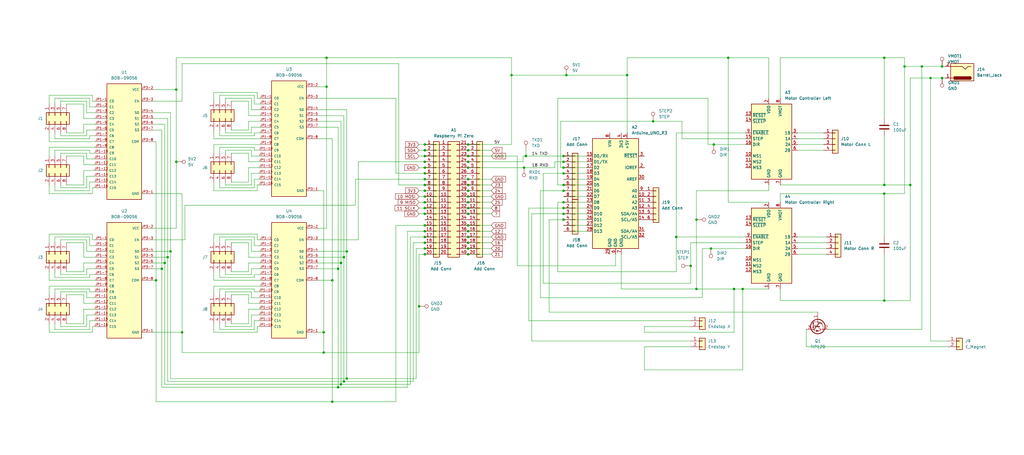
<source format=kicad_sch>
(kicad_sch (version 20211123) (generator eeschema)
  (paper "User" 450.012 200)
  (title_block (title "Automatic Chess PCB") (date "2025-04-09") (rev "1.0") (company "Gymnasium Dresden-Plauen") (comment 1 "Author: Felix Wittwer"))
  (junction (at 306.07 96.52))
  (junction (at 186.69 88.9))
  (junction (at 287.02 53.34))
  (junction (at 142.24 154.94))
  (junction (at 186.69 78.74))
  (junction (at 405.13 29.21))
  (junction (at 230.3082 73.66))
  (junction (at 186.69 91.44))
  (junction (at 247.65 88.9))
  (junction (at 205.74 81.28))
  (junction (at 205.74 106.68))
  (junction (at 205.74 109.22))
  (junction (at 247.65 93.98))
  (junction (at 151.13 113.03))
  (junction (at 205.74 78.74))
  (junction (at 205.74 73.66))
  (junction (at 80.01 146.05))
  (junction (at 388.62 81.28))
  (junction (at 143.51 25.4))
  (junction (at 320.04 25.4))
  (junction (at 205.74 68.58))
  (junction (at 326.39 127))
  (junction (at 313.69 63.5))
  (junction (at 186.69 106.68))
  (junction (at 414.02 34.29))
  (junction (at 231.14 68.58))
  (junction (at 152.4 166.37))
  (junction (at 275.59 33.02))
  (junction (at 205.74 63.5))
  (junction (at 205.74 83.82))
  (junction (at 414.02 29.21))
  (junction (at 322.58 127))
  (junction (at 68.58 123.19))
  (junction (at 77.47 71.12))
  (junction (at 186.69 71.12))
  (junction (at 73.66 113.03))
  (junction (at 72.39 115.57))
  (junction (at 186.69 63.5))
  (junction (at 205.74 111.76))
  (junction (at 247.65 76.2))
  (junction (at 186.69 81.28))
  (junction (at 408.94 34.29))
  (junction (at 151.13 167.64))
  (junction (at 74.93 110.49))
  (junction (at 184.15 134.62))
  (junction (at 312.42 109.22))
  (junction (at 247.65 96.52))
  (junction (at 247.65 83.82))
  (junction (at 149.86 168.91))
  (junction (at 148.59 170.18))
  (junction (at 205.74 71.12))
  (junction (at 205.74 66.04))
  (junction (at 186.69 109.22))
  (junction (at 146.05 176.53))
  (junction (at 247.65 81.28))
  (junction (at 247.65 71.12))
  (junction (at 400.05 81.28))
  (junction (at 186.69 83.82))
  (junction (at 397.51 29.21))
  (junction (at 186.69 66.04))
  (junction (at 186.69 111.76))
  (junction (at 186.69 93.98))
  (junction (at 205.74 91.44))
  (junction (at 143.51 38.1))
  (junction (at 186.69 104.14))
  (junction (at 248.92 33.02))
  (junction (at 152.4 110.49))
  (junction (at 186.69 68.58))
  (junction (at 186.69 101.6))
  (junction (at 205.74 93.98))
  (junction (at 303.53 116.84))
  (junction (at 146.05 123.19))
  (junction (at 142.24 146.05))
  (junction (at 205.74 88.9))
  (junction (at 148.59 118.11))
  (junction (at 186.69 99.06))
  (junction (at 306.07 127))
  (junction (at 388.62 132.08))
  (junction (at 186.69 76.2))
  (junction (at 205.74 86.36))
  (junction (at 186.69 73.66))
  (junction (at 205.74 104.14))
  (junction (at 205.74 101.6))
  (junction (at 77.47 39.37))
  (junction (at 71.12 118.11))
  (junction (at 205.74 99.06))
  (junction (at 149.86 115.57))
  (junction (at 186.69 86.36))
  (junction (at 247.65 73.66))
  (junction (at 247.65 91.44))
  (junction (at 388.62 25.4))
  (junction (at 388.62 85.09))
  (junction (at 247.65 68.58))
  (junction (at 297.18 104.14))
  (junction (at 224.79 33.02))
  (wire (pts (xy 110.49 143.51) (xy 110.49 138.43)))
  (wire (pts (xy 205.74 71.12) (xy 229.87 71.12)))
  (wire (pts (xy 41.91 54.61) (xy 36.83 54.61)))
  (wire (pts (xy 68.58 62.23) (xy 68.58 123.19)))
  (wire (pts (xy 149.86 168.91) (xy 180.34 168.91)))
  (wire (pts (xy 303.53 116.84) (xy 303.53 124.46)))
  (wire (pts (xy 186.69 101.6) (xy 193.04 101.6)))
  (wire (pts (xy 186.69 78.74) (xy 193.04 78.74)))
  (wire (pts (xy 36.83 119.38) (xy 29.21 119.38)))
  (wire (pts (xy 388.62 59.69) (xy 388.62 81.28)))
  (wire (pts (xy 110.49 128.27) (xy 110.49 130.81)))
  (wire (pts (xy 143.51 38.1) (xy 143.51 25.4)))
  (wire (pts (xy 182.88 166.37) (xy 182.88 109.22)))
  (wire (pts (xy 41.91 57.15) (xy 38.1 57.15)))
  (wire (pts (xy 215.9 86.36) (xy 205.74 86.36)))
  (wire (pts (xy 96.52 41.91) (xy 111.76 41.91)))
  (wire (pts (xy 93.98 83.82) (xy 93.98 80.01)))
  (wire (pts (xy 109.22 71.12) (xy 114.3 71.12)))
  (wire (pts (xy 303.53 152.4) (xy 283.21 152.4)))
  (wire (pts (xy 21.59 62.23) (xy 21.59 58.42)))
  (wire (pts (xy 109.22 57.15) (xy 101.6 57.15)))
  (wire (pts (xy 205.74 63.5) (xy 224.79 63.5)))
  (wire (pts (xy 38.1 143.51) (xy 38.1 138.43)))
  (wire (pts (xy 322.58 127) (xy 306.07 127)))
  (wire (pts (xy 41.91 105.41) (xy 40.64 105.41)))
  (wire (pts (xy 67.31 118.11) (xy 71.12 118.11)))
  (wire (pts (xy 388.62 25.4) (xy 397.51 25.4)))
  (wire (pts (xy 247.65 81.28) (xy 257.81 81.28)))
  (wire (pts (xy 388.62 85.09) (xy 397.51 85.09)))
  (wire (pts (xy 36.83 129.54) (xy 36.83 133.35)))
  (wire (pts (xy 275.59 33.02) (xy 275.59 25.4)))
  (wire (pts (xy 139.7 115.57) (xy 149.86 115.57)))
  (wire (pts (xy 215.9 83.82) (xy 205.74 83.82)))
  (wire (pts (xy 111.76 127) (xy 111.76 128.27)))
  (wire (pts (xy 186.69 111.76) (xy 193.04 111.76)))
  (wire (pts (xy 245.11 43.18) (xy 245.11 81.28)))
  (wire (pts (xy 67.31 54.61) (xy 72.39 54.61)))
  (wire (pts (xy 96.52 127) (xy 111.76 127)))
  (wire (pts (xy 247.65 73.66) (xy 257.81 73.66)))
  (wire (pts (xy 180.34 104.14) (xy 180.34 168.91)))
  (wire (pts (xy 71.12 57.15) (xy 71.12 118.11)))
  (wire (pts (xy 113.03 81.28) (xy 114.3 81.28)))
  (wire (pts (xy 41.91 120.65) (xy 39.37 120.65)))
  (wire (pts (xy 21.59 123.19) (xy 21.59 119.38)))
  (wire (pts (xy 114.3 110.49) (xy 110.49 110.49)))
  (wire (pts (xy 21.59 68.58) (xy 21.59 64.77)))
  (wire (pts (xy 350.52 109.22) (xy 363.22 109.22)))
  (wire (pts (xy 342.9 43.18) (xy 342.9 25.4)))
  (wire (pts (xy 414.02 34.29) (xy 415.29 34.29)))
  (wire (pts (xy 179.07 101.6) (xy 179.07 170.18)))
  (wire (pts (xy 342.9 88.9) (xy 342.9 85.09)))
  (wire (pts (xy 350.52 60.96) (xy 361.95 60.96)))
  (wire (pts (xy 111.76 45.72) (xy 114.3 45.72)))
  (wire (pts (xy 275.59 58.42) (xy 275.59 33.02)))
  (wire (pts (xy 312.42 109.22) (xy 327.66 109.22)))
  (wire (pts (xy 397.51 85.09) (xy 397.51 29.21)))
  (wire (pts (xy 67.31 39.37) (xy 77.47 39.37)))
  (wire (pts (xy 38.1 130.81) (xy 41.91 130.81)))
  (wire (pts (xy 215.9 93.98) (xy 205.74 93.98)))
  (wire (pts (xy 175.26 27.94) (xy 175.26 81.28)))
  (wire (pts (xy 36.83 58.42) (xy 29.21 58.42)))
  (wire (pts (xy 109.22 67.31) (xy 109.22 71.12)))
  (wire (pts (xy 326.39 127) (xy 322.58 127)))
  (wire (pts (xy 308.61 130.81) (xy 308.61 109.22)))
  (wire (pts (xy 38.1 67.31) (xy 38.1 69.85)))
  (wire (pts (xy 303.53 149.86) (xy 233.68 149.86)))
  (wire (pts (xy 68.58 176.53) (xy 146.05 176.53)))
  (wire (pts (xy 237.49 83.82) (xy 237.49 130.81)))
  (wire (pts (xy 114.3 58.42) (xy 111.76 58.42)))
  (wire (pts (xy 21.59 125.73) (xy 41.91 125.73)))
  (wire (pts (xy 337.82 81.28) (xy 337.82 83.82)))
  (wire (pts (xy 36.83 45.72) (xy 29.21 45.72)))
  (wire (pts (xy 36.83 113.03) (xy 36.83 106.68)))
  (wire (pts (xy 99.06 143.51) (xy 99.06 142.24)))
  (wire (pts (xy 327.66 63.5) (xy 313.69 63.5)))
  (wire (pts (xy 113.03 83.82) (xy 113.03 81.28)))
  (wire (pts (xy 231.14 68.58) (xy 247.65 68.58)))
  (wire (pts (xy 142.24 154.94) (xy 80.01 154.94)))
  (wire (pts (xy 24.13 144.78) (xy 39.37 144.78)))
  (wire (pts (xy 184.15 111.76) (xy 186.69 111.76)))
  (wire (pts (xy 74.93 110.49) (xy 74.93 166.37)))
  (wire (pts (xy 21.59 102.87) (xy 21.59 106.68)))
  (wire (pts (xy 233.68 149.86) (xy 233.68 93.98)))
  (wire (pts (xy 180.34 104.14) (xy 186.69 104.14)))
  (wire (pts (xy 246.38 53.34) (xy 246.38 73.66)))
  (wire (pts (xy 224.79 33.02) (xy 224.79 25.4)))
  (wire (pts (xy 110.49 118.11) (xy 110.49 120.65)))
  (wire (pts (xy 181.61 106.68) (xy 181.61 167.64)))
  (wire (pts (xy 40.64 41.91) (xy 21.59 41.91)))
  (wire (pts (xy 21.59 64.77) (xy 41.91 64.77)))
  (wire (pts (xy 110.49 120.65) (xy 99.06 120.65)))
  (wire (pts (xy 311.15 63.5) (xy 311.15 43.18)))
  (wire (pts (xy 320.04 88.9) (xy 320.04 25.4)))
  (wire (pts (xy 247.65 93.98) (xy 257.81 93.98)))
  (wire (pts (xy 74.93 49.53) (xy 74.93 110.49)))
  (wire (pts (xy 67.31 113.03) (xy 73.66 113.03)))
  (wire (pts (xy 342.9 81.28) (xy 388.62 81.28)))
  (wire (pts (xy 113.03 105.41) (xy 113.03 102.87)))
  (wire (pts (xy 40.64 82.55) (xy 41.91 82.55)))
  (wire (pts (xy 337.82 88.9) (xy 320.04 88.9)))
  (wire (pts (xy 247.65 76.2) (xy 257.81 76.2)))
  (wire (pts (xy 93.98 146.05) (xy 93.98 142.24)))
  (wire (pts (xy 247.65 88.9) (xy 257.81 88.9)))
  (wire (pts (xy 26.67 105.41) (xy 26.67 106.68)))
  (wire (pts (xy 337.82 43.18) (xy 337.82 25.4)))
  (wire (pts (xy 193.04 88.9) (xy 186.69 88.9)))
  (wire (pts (xy 21.59 85.09) (xy 21.59 81.28)))
  (wire (pts (xy 109.22 50.8) (xy 109.22 44.45)))
  (wire (pts (xy 38.1 69.85) (xy 41.91 69.85)))
  (wire (pts (xy 99.06 105.41) (xy 99.06 106.68)))
  (wire (pts (xy 41.91 123.19) (xy 21.59 123.19)))
  (wire (pts (xy 110.49 130.81) (xy 114.3 130.81)))
  (wire (pts (xy 247.65 83.82) (xy 257.81 83.82)))
  (wire (pts (xy 38.1 128.27) (xy 38.1 130.81)))
  (wire (pts (xy 173.99 76.2) (xy 186.69 76.2)))
  (wire (pts (xy 111.76 66.04) (xy 114.3 66.04)))
  (wire (pts (xy 109.22 119.38) (xy 101.6 119.38)))
  (wire (pts (xy 193.04 86.36) (xy 186.69 86.36)))
  (wire (pts (xy 24.13 45.72) (xy 24.13 43.18)))
  (wire (pts (xy 247.65 101.6) (xy 257.81 101.6)))
  (wire (pts (xy 40.64 105.41) (xy 40.64 102.87)))
  (wire (pts (xy 111.76 140.97) (xy 114.3 140.97)))
  (wire (pts (xy 179.07 101.6) (xy 186.69 101.6)))
  (wire (pts (xy 354.33 144.78) (xy 354.33 152.4)))
  (wire (pts (xy 73.66 113.03) (xy 73.66 167.64)))
  (wire (pts (xy 101.6 67.31) (xy 109.22 67.31)))
  (wire (pts (xy 139.7 50.8) (xy 151.13 50.8)))
  (wire (pts (xy 111.76 41.91) (xy 111.76 45.72)))
  (wire (pts (xy 326.39 162.56) (xy 326.39 127)))
  (wire (pts (xy 26.67 67.31) (xy 38.1 67.31)))
  (wire (pts (xy 110.49 55.88) (xy 110.49 58.42)))
  (wire (pts (xy 247.65 99.06) (xy 257.81 99.06)))
  (wire (pts (xy 327.66 58.42) (xy 297.18 58.42)))
  (wire (pts (xy 354.33 152.4) (xy 416.56 152.4)))
  (wire (pts (xy 142.24 83.82) (xy 142.24 146.05)))
  (wire (pts (xy 39.37 83.82) (xy 39.37 80.01)))
  (wire (pts (xy 68.58 123.19) (xy 68.58 176.53)))
  (wire (pts (xy 215.9 78.74) (xy 205.74 78.74)))
  (wire (pts (xy 184.15 134.62) (xy 184.15 111.76)))
  (wire (pts (xy 93.98 83.82) (xy 113.03 83.82)))
  (wire (pts (xy 350.52 106.68) (xy 363.22 106.68)))
  (wire (pts (xy 245.11 119.38) (xy 297.18 119.38)))
  (wire (pts (xy 303.53 106.68) (xy 303.53 116.84)))
  (wire (pts (xy 139.7 83.82) (xy 142.24 83.82)))
  (wire (pts (xy 68.58 123.19) (xy 67.31 123.19)))
  (wire (pts (xy 320.04 25.4) (xy 337.82 25.4)))
  (wire (pts (xy 26.67 143.51) (xy 26.67 142.24)))
  (wire (pts (xy 156.21 90.17) (xy 81.28 90.17)))
  (wire (pts (xy 26.67 143.51) (xy 38.1 143.51)))
  (wire (pts (xy 67.31 85.09) (xy 80.01 85.09)))
  (wire (pts (xy 243.84 73.66) (xy 243.84 71.12)))
  (wire (pts (xy 41.91 74.93) (xy 36.83 74.93)))
  (wire (pts (xy 229.87 68.58) (xy 231.14 68.58)))
  (wire (pts (xy 139.7 146.05) (xy 142.24 146.05)))
  (wire (pts (xy 111.76 144.78) (xy 111.76 140.97)))
  (wire (pts (xy 193.04 99.06) (xy 186.69 99.06)))
  (wire (pts (xy 111.76 121.92) (xy 96.52 121.92)))
  (wire (pts (xy 38.1 138.43) (xy 41.91 138.43)))
  (wire (pts (xy 224.79 33.02) (xy 248.92 33.02)))
  (wire (pts (xy 248.92 33.02) (xy 275.59 33.02)))
  (wire (pts (xy 303.53 140.97) (xy 232.41 140.97)))
  (wire (pts (xy 186.69 93.98) (xy 184.15 93.98)))
  (wire (pts (xy 109.22 80.01) (xy 101.6 80.01)))
  (wire (pts (xy 114.3 48.26) (xy 110.49 48.26)))
  (wire (pts (xy 38.1 118.11) (xy 38.1 120.65)))
  (wire (pts (xy 245.11 81.28) (xy 247.65 81.28)))
  (wire (pts (xy 186.69 71.12) (xy 157.48 71.12)))
  (wire (pts (xy 110.49 81.28) (xy 110.49 76.2)))
  (wire (pts (xy 224.79 63.5) (xy 224.79 33.02)))
  (wire (pts (xy 29.21 129.54) (xy 36.83 129.54)))
  (wire (pts (xy 215.9 106.68) (xy 205.74 106.68)))
  (wire (pts (xy 110.49 68.58) (xy 114.3 68.58)))
  (wire (pts (xy 114.3 60.96) (xy 93.98 60.96)))
  (wire (pts (xy 96.52 142.24) (xy 96.52 144.78)))
  (wire (pts (xy 109.22 133.35) (xy 114.3 133.35)))
  (wire (pts (xy 113.03 40.64) (xy 93.98 40.64)))
  (wire (pts (xy 109.22 53.34) (xy 109.22 57.15)))
  (wire (pts (xy 26.67 119.38) (xy 26.67 120.65)))
  (wire (pts (xy 39.37 120.65) (xy 39.37 121.92)))
  (wire (pts (xy 36.83 72.39) (xy 41.91 72.39)))
  (wire (pts (xy 327.66 106.68) (xy 303.53 106.68)))
  (wire (pts (xy 93.98 146.05) (xy 113.03 146.05)))
  (wire (pts (xy 397.51 29.21) (xy 405.13 29.21)))
  (wire (pts (xy 186.69 96.52) (xy 193.04 96.52)))
  (wire (pts (xy 24.13 142.24) (xy 24.13 144.78)))
  (wire (pts (xy 111.76 64.77) (xy 111.76 66.04)))
  (wire (pts (xy 111.76 78.74) (xy 114.3 78.74)))
  (wire (pts (xy 109.22 113.03) (xy 109.22 106.68)))
  (wire (pts (xy 186.69 68.58) (xy 184.15 68.58)))
  (wire (pts (xy 247.65 96.52) (xy 257.81 96.52)))
  (wire (pts (xy 408.94 34.29) (xy 408.94 149.86)))
  (wire (pts (xy 114.3 135.89) (xy 109.22 135.89)))
  (wire (pts (xy 350.52 63.5) (xy 361.95 63.5)))
  (wire (pts (xy 215.9 99.06) (xy 205.74 99.06)))
  (wire (pts (xy 99.06 128.27) (xy 99.06 129.54)))
  (wire (pts (xy 26.67 128.27) (xy 38.1 128.27)))
  (wire (pts (xy 182.88 109.22) (xy 186.69 109.22)))
  (wire (pts (xy 186.69 104.14) (xy 193.04 104.14)))
  (wire (pts (xy 67.31 52.07) (xy 73.66 52.07)))
  (wire (pts (xy 157.48 71.12) (xy 157.48 105.41)))
  (wire (pts (xy 39.37 104.14) (xy 39.37 107.95)))
  (wire (pts (xy 173.99 99.06) (xy 173.99 176.53)))
  (wire (pts (xy 24.13 81.28) (xy 24.13 83.82)))
  (wire (pts (xy 96.52 67.31) (xy 96.52 64.77)))
  (wire (pts (xy 146.05 60.96) (xy 146.05 123.19)))
  (wire (pts (xy 26.67 128.27) (xy 26.67 129.54)))
  (wire (pts (xy 81.28 105.41) (xy 67.31 105.41)))
  (wire (pts (xy 193.04 68.58) (xy 186.69 68.58)))
  (wire (pts (xy 36.83 54.61) (xy 36.83 58.42)))
  (wire (pts (xy 39.37 128.27) (xy 41.91 128.27)))
  (wire (pts (xy 414.02 29.21) (xy 415.29 29.21)))
  (wire (pts (xy 232.41 140.97) (xy 232.41 91.44)))
  (wire (pts (xy 152.4 110.49) (xy 152.4 166.37)))
  (wire (pts (xy 109.22 115.57) (xy 109.22 119.38)))
  (wire (pts (xy 81.28 90.17) (xy 81.28 105.41)))
  (wire (pts (xy 400.05 132.08) (xy 400.05 81.28)))
  (wire (pts (xy 186.69 99.06) (xy 173.99 99.06)))
  (wire (pts (xy 99.06 43.18) (xy 99.06 44.45)))
  (wire (pts (xy 39.37 140.97) (xy 41.91 140.97)))
  (wire (pts (xy 342.9 25.4) (xy 388.62 25.4)))
  (wire (pts (xy 342.9 127) (xy 342.9 132.08)))
  (wire (pts (xy 99.06 81.28) (xy 99.06 80.01)))
  (wire (pts (xy 39.37 43.18) (xy 39.37 46.99)))
  (wire (pts (xy 26.67 58.42) (xy 26.67 59.69)))
  (wire (pts (xy 139.7 123.19) (xy 146.05 123.19)))
  (wire (pts (xy 21.59 85.09) (xy 40.64 85.09)))
  (wire (pts (xy 322.58 146.05) (xy 322.58 127)))
  (wire (pts (xy 186.69 109.22) (xy 193.04 109.22)))
  (wire (pts (xy 273.05 111.76) (xy 273.05 127)))
  (wire (pts (xy 142.24 154.94) (xy 184.15 154.94)))
  (wire (pts (xy 24.13 83.82) (xy 39.37 83.82)))
  (wire (pts (xy 215.9 104.14) (xy 205.74 104.14)))
  (wire (pts (xy 283.21 152.4) (xy 283.21 162.56)))
  (wire (pts (xy 297.18 119.38) (xy 297.18 104.14)))
  (wire (pts (xy 93.98 63.5) (xy 114.3 63.5)))
  (wire (pts (xy 350.52 111.76) (xy 363.22 111.76)))
  (wire (pts (xy 109.22 73.66) (xy 109.22 80.01)))
  (wire (pts (xy 41.91 49.53) (xy 38.1 49.53)))
  (wire (pts (xy 114.3 118.11) (xy 110.49 118.11)))
  (wire (pts (xy 93.98 102.87) (xy 93.98 106.68)))
  (wire (pts (xy 72.39 168.91) (xy 149.86 168.91)))
  (wire (pts (xy 110.49 43.18) (xy 99.06 43.18)))
  (wire (pts (xy 41.91 115.57) (xy 36.83 115.57)))
  (wire (pts (xy 72.39 54.61) (xy 72.39 115.57)))
  (wire (pts (xy 146.05 123.19) (xy 146.05 176.53)))
  (wire (pts (xy 247.65 71.12) (xy 257.81 71.12)))
  (wire (pts (xy 342.9 85.09) (xy 388.62 85.09)))
  (wire (pts (xy 148.59 55.88) (xy 148.59 118.11)))
  (wire (pts (xy 77.47 25.4) (xy 143.51 25.4)))
  (wire (pts (xy 110.49 58.42) (xy 99.06 58.42)))
  (wire (pts (xy 111.76 104.14) (xy 111.76 107.95)))
  (wire (pts (xy 26.67 82.55) (xy 38.1 82.55)))
  (wire (pts (xy 38.1 44.45) (xy 26.67 44.45)))
  (wire (pts (xy 388.62 111.76) (xy 388.62 132.08)))
  (wire (pts (xy 388.62 85.09) (xy 388.62 104.14)))
  (wire (pts (xy 40.64 44.45) (xy 40.64 41.91)))
  (wire (pts (xy 111.76 120.65) (xy 111.76 121.92)))
  (wire (pts (xy 238.76 76.2) (xy 247.65 76.2)))
  (wire (pts (xy 320.04 25.4) (xy 275.59 25.4)))
  (wire (pts (xy 114.3 43.18) (xy 113.03 43.18)))
  (wire (pts (xy 36.83 115.57) (xy 36.83 119.38)))
  (wire (pts (xy 39.37 67.31) (xy 41.91 67.31)))
  (wire (pts (xy 38.1 110.49) (xy 38.1 105.41)))
  (wire (pts (xy 40.64 85.09) (xy 40.64 82.55)))
  (wire (pts (xy 36.83 142.24) (xy 29.21 142.24)))
  (wire (pts (xy 303.53 124.46) (xy 238.76 124.46)))
  (wire (pts (xy 41.91 44.45) (xy 40.64 44.45)))
  (wire (pts (xy 114.3 123.19) (xy 93.98 123.19)))
  (wire (pts (xy 73.66 167.64) (xy 151.13 167.64)))
  (wire (pts (xy 270.51 111.76) (xy 270.51 116.84)))
  (wire (pts (xy 186.69 91.44) (xy 184.15 91.44)))
  (wire (pts (xy 99.06 66.04) (xy 99.06 67.31)))
  (wire (pts (xy 283.21 143.51) (xy 283.21 146.05)))
  (wire (pts (xy 99.06 81.28) (xy 110.49 81.28)))
  (wire (pts (xy 38.1 82.55) (xy 38.1 77.47)))
  (wire (pts (xy 21.59 146.05) (xy 21.59 142.24)))
  (wire (pts (xy 96.52 80.01) (xy 96.52 82.55)))
  (wire (pts (xy 193.04 71.12) (xy 186.69 71.12)))
  (wire (pts (xy 36.83 52.07) (xy 36.83 45.72)))
  (wire (pts (xy 151.13 50.8) (xy 151.13 113.03)))
  (wire (pts (xy 184.15 154.94) (xy 184.15 134.62)))
  (wire (pts (xy 109.22 129.54) (xy 109.22 133.35)))
  (wire (pts (xy 77.47 71.12) (xy 77.47 39.37)))
  (wire (pts (xy 139.7 60.96) (xy 146.05 60.96)))
  (wire (pts (xy 139.7 55.88) (xy 148.59 55.88)))
  (wire (pts (xy 96.52 57.15) (xy 96.52 59.69)))
  (wire (pts (xy 231.14 66.04) (xy 231.14 68.58)))
  (wire (pts (xy 388.62 81.28) (xy 400.05 81.28)))
  (wire (pts (xy 181.61 106.68) (xy 186.69 106.68)))
  (wire (pts (xy 36.83 74.93) (xy 36.83 81.28)))
  (wire (pts (xy 77.47 100.33) (xy 77.47 71.12)))
  (wire (pts (xy 308.61 109.22) (xy 312.42 109.22)))
  (wire (pts (xy 114.3 55.88) (xy 110.49 55.88)))
  (wire (pts (xy 114.3 53.34) (xy 109.22 53.34)))
  (wire (pts (xy 21.59 146.05) (xy 40.64 146.05)))
  (wire (pts (xy 93.98 129.54) (xy 93.98 125.73)))
  (wire (pts (xy 139.7 110.49) (xy 152.4 110.49)))
  (wire (pts (xy 99.06 143.51) (xy 110.49 143.51)))
  (wire (pts (xy 186.69 83.82) (xy 184.15 83.82)))
  (wire (pts (xy 287.02 53.34) (xy 246.38 53.34)))
  (wire (pts (xy 246.38 73.66) (xy 247.65 73.66)))
  (wire (pts (xy 215.9 66.04) (xy 205.74 66.04)))
  (wire (pts (xy 306.07 127) (xy 273.05 127)))
  (wire (pts (xy 283.21 146.05) (xy 322.58 146.05)))
  (wire (pts (xy 327.66 60.96) (xy 299.72 60.96)))
  (wire (pts (xy 193.04 83.82) (xy 186.69 83.82)))
  (wire (pts (xy 215.9 111.76) (xy 205.74 111.76)))
  (wire (pts (xy 142.24 146.05) (xy 142.24 154.94)))
  (wire (pts (xy 38.1 77.47) (xy 41.91 77.47)))
  (wire (pts (xy 38.1 57.15) (xy 38.1 59.69)))
  (wire (pts (xy 110.49 76.2) (xy 114.3 76.2)))
  (wire (pts (xy 175.26 81.28) (xy 186.69 81.28)))
  (wire (pts (xy 111.76 107.95) (xy 114.3 107.95)))
  (wire (pts (xy 111.76 58.42) (xy 111.76 59.69)))
  (wire (pts (xy 388.62 25.4) (xy 388.62 52.07)))
  (wire (pts (xy 36.83 81.28) (xy 29.21 81.28)))
  (wire (pts (xy 152.4 48.26) (xy 152.4 110.49)))
  (wire (pts (xy 99.06 128.27) (xy 110.49 128.27)))
  (wire (pts (xy 110.49 66.04) (xy 110.49 68.58)))
  (wire (pts (xy 232.41 91.44) (xy 247.65 91.44)))
  (wire (pts (xy 113.03 102.87) (xy 93.98 102.87)))
  (wire (pts (xy 67.31 49.53) (xy 74.93 49.53)))
  (wire (pts (xy 39.37 60.96) (xy 24.13 60.96)))
  (wire (pts (xy 80.01 85.09) (xy 80.01 146.05)))
  (wire (pts (xy 215.9 88.9) (xy 205.74 88.9)))
  (wire (pts (xy 193.04 66.04) (xy 186.69 66.04)))
  (wire (pts (xy 283.21 162.56) (xy 326.39 162.56)))
  (wire (pts (xy 114.3 73.66) (xy 109.22 73.66)))
  (wire (pts (xy 39.37 80.01) (xy 41.91 80.01)))
  (wire (pts (xy 313.69 63.5) (xy 311.15 63.5)))
  (wire (pts (xy 215.9 101.6) (xy 205.74 101.6)))
  (wire (pts (xy 114.3 105.41) (xy 113.03 105.41)))
  (wire (pts (xy 38.1 105.41) (xy 26.67 105.41)))
  (wire (pts (xy 241.3 96.52) (xy 247.65 96.52)))
  (wire (pts (xy 299.72 53.34) (xy 287.02 53.34)))
  (wire (pts (xy 41.91 113.03) (xy 36.83 113.03)))
  (wire (pts (xy 96.52 82.55) (xy 111.76 82.55)))
  (wire (pts (xy 110.49 138.43) (xy 114.3 138.43)))
  (wire (pts (xy 243.84 71.12) (xy 247.65 71.12)))
  (wire (pts (xy 93.98 125.73) (xy 114.3 125.73)))
  (wire (pts (xy 110.49 105.41) (xy 99.06 105.41)))
  (wire (pts (xy 96.52 104.14) (xy 111.76 104.14)))
  (wire (pts (xy 39.37 127) (xy 39.37 128.27)))
  (wire (pts (xy 241.3 137.16) (xy 359.41 137.16)))
  (wire (pts (xy 36.83 68.58) (xy 36.83 72.39)))
  (wire (pts (xy 93.98 40.64) (xy 93.98 44.45)))
  (wire (pts (xy 111.76 128.27) (xy 114.3 128.27)))
  (wire (pts (xy 109.22 142.24) (xy 101.6 142.24)))
  (wire (pts (xy 247.65 78.74) (xy 257.81 78.74)))
  (wire (pts (xy 74.93 166.37) (xy 152.4 166.37)))
  (wire (pts (xy 408.94 34.29) (xy 414.02 34.29)))
  (wire (pts (xy 230.3082 73.66) (xy 243.84 73.66)))
  (wire (pts (xy 39.37 107.95) (xy 41.91 107.95)))
  (wire (pts (xy 39.37 144.78) (xy 39.37 140.97)))
  (wire (pts (xy 96.52 129.54) (xy 96.52 127)))
  (wire (pts (xy 80.01 146.05) (xy 67.31 146.05)))
  (wire (pts (xy 109.22 44.45) (xy 101.6 44.45)))
  (wire (pts (xy 72.39 115.57) (xy 72.39 168.91)))
  (wire (pts (xy 24.13 127) (xy 39.37 127)))
  (wire (pts (xy 156.21 78.74) (xy 156.21 90.17)))
  (wire (pts (xy 270.51 116.84) (xy 227.33 116.84)))
  (wire (pts (xy 67.31 57.15) (xy 71.12 57.15)))
  (wire (pts (xy 80.01 27.94) (xy 175.26 27.94)))
  (wire (pts (xy 29.21 68.58) (xy 36.83 68.58)))
  (wire (pts (xy 364.49 144.78) (xy 405.13 144.78)))
  (wire (pts (xy 21.59 41.91) (xy 21.59 45.72)))
  (wire (pts (xy 93.98 67.31) (xy 93.98 63.5)))
  (wire (pts (xy 186.69 66.04) (xy 184.15 66.04)))
  (wire (pts (xy 96.52 144.78) (xy 111.76 144.78)))
  (wire (pts (xy 96.52 64.77) (xy 111.76 64.77)))
  (wire (pts (xy 205.74 68.58) (xy 227.33 68.58)))
  (wire (pts (xy 24.13 66.04) (xy 39.37 66.04)))
  (wire (pts (xy 227.33 116.84) (xy 227.33 68.58)))
  (wire (pts (xy 67.31 100.33) (xy 77.47 100.33)))
  (wire (pts (xy 157.48 105.41) (xy 139.7 105.41)))
  (wire (pts (xy 350.52 66.04) (xy 361.95 66.04)))
  (wire (pts (xy 24.13 58.42) (xy 24.13 60.96)))
  (wire (pts (xy 186.69 81.28) (xy 193.04 81.28)))
  (wire (pts (xy 99.06 66.04) (xy 110.49 66.04)))
  (wire (pts (xy 193.04 63.5) (xy 186.69 63.5)))
  (wire (pts (xy 148.59 170.18) (xy 179.07 170.18)))
  (wire (pts (xy 39.37 66.04) (xy 39.37 67.31)))
  (wire (pts (xy 114.3 120.65) (xy 111.76 120.65)))
  (wire (pts (xy 215.9 91.44) (xy 205.74 91.44)))
  (wire (pts (xy 36.83 133.35) (xy 41.91 133.35)))
  (wire (pts (xy 400.05 34.29) (xy 408.94 34.29)))
  (wire (pts (xy 143.51 25.4) (xy 224.79 25.4)))
  (wire (pts (xy 99.06 57.15) (xy 99.06 58.42)))
  (wire (pts (xy 306.07 96.52) (xy 306.07 127)))
  (wire (pts (xy 93.98 123.19) (xy 93.98 119.38)))
  (wire (pts (xy 114.3 115.57) (xy 109.22 115.57)))
  (wire (pts (xy 193.04 93.98) (xy 186.69 93.98)))
  (wire (pts (xy 71.12 118.11) (xy 71.12 170.18)))
  (wire (pts (xy 36.83 106.68) (xy 29.21 106.68)))
  (wire (pts (xy 149.86 115.57) (xy 149.86 168.91)))
  (wire (pts (xy 24.13 119.38) (xy 24.13 121.92)))
  (wire (pts (xy 186.69 86.36) (xy 184.15 86.36)))
  (wire (pts (xy 215.9 81.28) (xy 205.74 81.28)))
  (wire (pts (xy 299.72 60.96) (xy 299.72 53.34)))
  (wire (pts (xy 110.49 110.49) (xy 110.49 105.41)))
  (wire (pts (xy 40.64 146.05) (xy 40.64 143.51)))
  (wire (pts (xy 96.52 119.38) (xy 96.52 121.92)))
  (wire (pts (xy 241.3 96.52) (xy 241.3 137.16)))
  (wire (pts (xy 139.7 53.34) (xy 149.86 53.34)))
  (wire (pts (xy 36.83 135.89) (xy 36.83 142.24)))
  (wire (pts (xy 114.3 50.8) (xy 109.22 50.8)))
  (wire (pts (xy 205.74 73.66) (xy 230.3082 73.66)))
  (wire (pts (xy 111.76 59.69) (xy 96.52 59.69)))
  (wire (pts (xy 149.86 53.34) (xy 149.86 115.57)))
  (wire (pts (xy 109.22 106.68) (xy 101.6 106.68)))
  (wire (pts (xy 24.13 129.54) (xy 24.13 127)))
  (wire (pts (xy 215.9 109.22) (xy 205.74 109.22)))
  (wire (pts (xy 237.49 130.81) (xy 308.61 130.81)))
  (wire (pts (xy 193.04 73.66) (xy 186.69 73.66)))
  (wire (pts (xy 229.87 71.12) (xy 229.87 68.58)))
  (wire (pts (xy 193.04 91.44) (xy 186.69 91.44)))
  (wire (pts (xy 405.13 144.78) (xy 405.13 29.21)))
  (wire (pts (xy 24.13 106.68) (xy 24.13 104.14)))
  (wire (pts (xy 151.13 167.64) (xy 181.61 167.64)))
  (wire (pts (xy 24.13 104.14) (xy 39.37 104.14)))
  (wire (pts (xy 39.37 121.92) (xy 24.13 121.92)))
  (wire (pts (xy 238.76 124.46) (xy 238.76 76.2)))
  (wire (pts (xy 41.91 135.89) (xy 36.83 135.89)))
  (wire (pts (xy 113.03 43.18) (xy 113.03 40.64)))
  (wire (pts (xy 26.67 67.31) (xy 26.67 68.58)))
  (wire (pts (xy 186.69 88.9) (xy 184.15 88.9)))
  (wire (pts (xy 247.65 68.58) (xy 257.81 68.58)))
  (wire (pts (xy 405.13 29.21) (xy 414.02 29.21)))
  (wire (pts (xy 41.91 59.69) (xy 39.37 59.69)))
  (wire (pts (xy 148.59 118.11) (xy 148.59 170.18)))
  (wire (pts (xy 186.69 106.68) (xy 193.04 106.68)))
  (wire (pts (xy 110.49 48.26) (xy 110.49 43.18)))
  (wire (pts (xy 186.69 63.5) (xy 184.15 63.5)))
  (wire (pts (xy 350.52 58.42) (xy 361.95 58.42)))
  (wire (pts (xy 233.68 93.98) (xy 247.65 93.98)))
  (wire (pts (xy 337.82 127) (xy 326.39 127)))
  (wire (pts (xy 96.52 44.45) (xy 96.52 41.91)))
  (wire (pts (xy 146.05 176.53) (xy 173.99 176.53)))
  (wire (pts (xy 139.7 100.33) (xy 143.51 100.33)))
  (wire (pts (xy 342.9 132.08) (xy 388.62 132.08)))
  (wire (pts (xy 297.18 58.42) (xy 297.18 104.14)))
  (wire (pts (xy 39.37 46.99) (xy 41.91 46.99)))
  (wire (pts (xy 99.06 119.38) (xy 99.06 120.65)))
  (wire (pts (xy 24.13 43.18) (xy 39.37 43.18)))
  (wire (pts (xy 67.31 44.45) (xy 80.01 44.45)))
  (wire (pts (xy 26.67 82.55) (xy 26.67 81.28)))
  (wire (pts (xy 139.7 118.11) (xy 148.59 118.11)))
  (wire (pts (xy 186.69 76.2) (xy 193.04 76.2)))
  (wire (pts (xy 113.03 143.51) (xy 114.3 143.51)))
  (wire (pts (xy 71.12 170.18) (xy 148.59 170.18)))
  (wire (pts (xy 38.1 49.53) (xy 38.1 44.45)))
  (wire (pts (xy 139.7 113.03) (xy 151.13 113.03)))
  (wire (pts (xy 24.13 68.58) (xy 24.13 66.04)))
  (wire (pts (xy 40.64 102.87) (xy 21.59 102.87)))
  (wire (pts (xy 173.99 43.18) (xy 173.99 76.2)))
  (wire (pts (xy 139.7 43.18) (xy 173.99 43.18)))
  (wire (pts (xy 247.65 91.44) (xy 257.81 91.44)))
  (wire (pts (xy 77.47 39.37) (xy 77.47 25.4)))
  (wire (pts (xy 38.1 120.65) (xy 26.67 120.65)))
  (wire (pts (xy 26.67 44.45) (xy 26.67 45.72)))
  (wire (pts (xy 337.82 83.82) (xy 306.07 83.82)))
  (wire (pts (xy 111.76 82.55) (xy 111.76 78.74)))
  (wire (pts (xy 67.31 115.57) (xy 72.39 115.57)))
  (wire (pts (xy 41.91 52.07) (xy 36.83 52.07)))
  (wire (pts (xy 237.49 83.82) (xy 247.65 83.82)))
  (wire (pts (xy 93.98 60.96) (xy 93.98 57.15)))
  (wire (pts (xy 139.7 48.26) (xy 152.4 48.26)))
  (wire (pts (xy 416.56 149.86) (xy 408.94 149.86)))
  (wire (pts (xy 114.3 113.03) (xy 109.22 113.03)))
  (wire (pts (xy 139.7 38.1) (xy 143.51 38.1)))
  (wire (pts (xy 400.05 34.29) (xy 400.05 81.28)))
  (wire (pts (xy 109.22 135.89) (xy 109.22 142.24)))
  (wire (pts (xy 113.03 146.05) (xy 113.03 143.51)))
  (wire (pts (xy 96.52 106.68) (xy 96.52 104.14)))
  (wire (pts (xy 40.64 143.51) (xy 41.91 143.51)))
  (wire (pts (xy 247.65 86.36) (xy 257.81 86.36)))
  (wire (pts (xy 21.59 129.54) (xy 21.59 125.73)))
  (wire (pts (xy 245.11 88.9) (xy 245.11 119.38)))
  (wire (pts (xy 101.6 129.54) (xy 109.22 129.54)))
  (wire (pts (xy 388.62 132.08) (xy 400.05 132.08)))
  (wire (pts (xy 67.31 62.23) (xy 68.58 62.23)))
  (wire (pts (xy 350.52 104.14) (xy 363.22 104.14)))
  (wire (pts (xy 311.15 43.18) (xy 245.11 43.18)))
  (wire (pts (xy 80.01 154.94) (xy 80.01 146.05)))
  (wire (pts (xy 80.01 44.45) (xy 80.01 27.94)))
  (wire (pts (xy 297.18 104.14) (xy 327.66 104.14)))
  (wire (pts (xy 67.31 110.49) (xy 74.93 110.49)))
  (wire (pts (xy 303.53 143.51) (xy 283.21 143.51)))
  (wire (pts (xy 38.1 59.69) (xy 26.67 59.69)))
  (wire (pts (xy 143.51 100.33) (xy 143.51 38.1)))
  (wire (pts (xy 245.11 88.9) (xy 247.65 88.9)))
  (wire (pts (xy 73.66 52.07) (xy 73.66 113.03)))
  (wire (pts (xy 41.91 118.11) (xy 38.1 118.11)))
  (wire (pts (xy 41.91 110.49) (xy 38.1 110.49)))
  (wire (pts (xy 152.4 166.37) (xy 182.88 166.37)))
  (wire (pts (xy 306.07 83.82) (xy 306.07 96.52)))
  (wire (pts (xy 41.91 62.23) (xy 21.59 62.23)))
  (wire (pts (xy 156.21 78.74) (xy 186.69 78.74)))
  (wire (pts (xy 151.13 113.03) (xy 151.13 167.64)))
  (wire (pts (xy 39.37 59.69) (xy 39.37 60.96)))
  (wire (pts (xy 397.51 29.21) (xy 397.51 25.4)))
  (wire (pts (xy 186.69 73.66) (xy 184.15 73.66)))
  (label "14 TXD" (at 233.68 68.58 0))
  (label "5V" (at 217.17 63.5 0))
  (label "18 RXD" (at 233.68 73.66 0))
  (global_label "24" (shape input) (at 215.9 83.82 0) (property "Intersheet References" "${INTERSHEET_REFS}" (effects hide)))
  (global_label "3V3" (shape input) (at 184.15 83.82 180) (property "Intersheet References" "${INTERSHEET_REFS}" (effects hide)))
  (global_label "SCL" (shape input) (at 184.15 68.58 180) (property "Intersheet References" "${INTERSHEET_REFS}" (effects hide)))
  (global_label "10 MOSI" (shape input) (at 184.15 86.36 180) (property "Intersheet References" "${INTERSHEET_REFS}" (effects hide)))
  (global_label "21" (shape input) (at 215.9 111.76 0) (property "Intersheet References" "${INTERSHEET_REFS}" (effects hide)))
  (global_label "16" (shape input) (at 215.9 106.68 0) (property "Intersheet References" "${INTERSHEET_REFS}" (effects hide)))
  (global_label "9 MISO" (shape input) (at 184.15 88.9 180) (property "Intersheet References" "${INTERSHEET_REFS}" (effects hide)))
  (global_label "GND" (shape input) (at 184.15 73.66 180) (property "Intersheet References" "${INTERSHEET_REFS}" (effects hide)))
  (global_label "7" (shape input) (at 215.9 93.98 0) (property "Intersheet References" "${INTERSHEET_REFS}" (effects hide)))
  (global_label "12" (shape input) (at 215.9 101.6 0) (property "Intersheet References" "${INTERSHEET_REFS}" (effects hide)))
  (global_label "5V" (shape input) (at 215.9 66.04 0) (property "Intersheet References" "${INTERSHEET_REFS}" (effects hide)))
  (global_label "GND" (shape input) (at 215.9 78.74 0) (property "Intersheet References" "${INTERSHEET_REFS}" (effects hide)))
  (global_label "3V3" (shape input) (at 184.15 63.5 180) (property "Intersheet References" "${INTERSHEET_REFS}" (effects hide)))
  (global_label "23" (shape input) (at 215.9 81.28 0) (property "Intersheet References" "${INTERSHEET_REFS}" (effects hide)))
  (global_label "SDA" (shape input) (at 184.15 66.04 180) (property "Intersheet References" "${INTERSHEET_REFS}" (effects hide)))
  (global_label "8" (shape input) (at 215.9 91.44 0) (property "Intersheet References" "${INTERSHEET_REFS}" (effects hide)))
  (global_label "GND" (shape input) (at 215.9 104.14 0) (property "Intersheet References" "${INTERSHEET_REFS}" (effects hide)))
  (global_label "GND" (shape input) (at 184.15 93.98 180) (property "Intersheet References" "${INTERSHEET_REFS}" (effects hide)))
  (global_label "25" (shape input) (at 215.9 88.9 0) (property "Intersheet References" "${INTERSHEET_REFS}" (effects hide)))
  (global_label "20" (shape input) (at 215.9 109.22 0) (property "Intersheet References" "${INTERSHEET_REFS}" (effects hide)))
  (global_label "11 SCLK" (shape input) (at 184.15 91.44 180) (property "Intersheet References" "${INTERSHEET_REFS}" (effects hide)))
  (global_label "GND" (shape input) (at 215.9 86.36 0) (property "Intersheet References" "${INTERSHEET_REFS}" (effects hide)))
  (global_label "GND" (shape input) (at 215.9 99.06 0) (property "Intersheet References" "${INTERSHEET_REFS}" (effects hide)))
  (global_label "GND" (shape input) (at 215.9 68.58 0) (property "Intersheet References" "${INTERSHEET_REFS}" (effects hide)))
  (symbol (lib_id "Connector:TestPoint") (at 303.53 116.84 90) (unit 1)
    (property "Reference" "STEP1" (at 300.228 110.7975 90))
    (property "Value" "STEP" (at 300.228 113.3375 90))
    (property "Footprint" "TestPoint:TestPoint_Pad_D2.0mm" (effects hide))
  )
  (symbol (lib_id "Connector_Generic:Conn_01x02") (at 421.64 149.86 0) (unit 1)
    (property "Reference" "J9" (at 424.18 149.8599 0) (effects (justify left)))
    (property "Value" "E_Magnet" (at 424.18 152.3999 0) (effects (justify left)))
    (property "Footprint" "Connector_PinHeader_2.54mm:PinHeader_1x02_P2.54mm_Vertical" (effects hide))
  )
  (symbol (lib_id "Connector_Generic:Conn_02x04_Odd_Even") (at 96.52 49.53 90) (mirror x) (unit 1)
    (property "Reference" "J5" (at 88.9 50.8 90) (effects (justify right)))
    (property "Value" " " (at 104.14 52.0699 90) (effects (justify right)))
    (property "Footprint" "Connector_PinHeader_2.54mm:PinHeader_2x04_P2.54mm_Vertical" (effects hide))
  )
  (symbol (lib_id "Connector_Generic:Conn_01x08") (at 252.73 76.2 0) (unit 1)
    (property "Reference" "J17" (at 251.46 60.96 0) (effects (justify left)))
    (property "Value" "Add Conn" (at 248.92 63.5 0) (effects (justify left)))
    (property "Footprint" "Connector_PinHeader_2.54mm:PinHeader_1x08_P2.54mm_Vertical" (effects hide))
  )
  (symbol (lib_id "Connector_Generic:Conn_01x02") (at 308.61 149.86 0) (unit 1)
    (property "Reference" "J13" (at 311.15 149.8599 0) (effects (justify left)))
    (property "Value" "Endstop Y" (at 311.15 152.3999 0) (effects (justify left)))
    (property "Footprint" "Connector_PinHeader_2.54mm:PinHeader_1x02_P2.54mm_Vertical" (effects hide))
  )
  (symbol (lib_id "Connector:TestPoint") (at 230.3082 73.66 180) (unit 1)
    (property "Reference" "RXD1" (at 232.41 75.6919 0) (effects (justify right)))
    (property "Value" "RXD" (at 232.41 78.2319 0) (effects (justify right)))
    (property "Footprint" "TestPoint:TestPoint_Pad_D2.0mm" (effects hide))
  )
  (symbol (lib_id "Connector:TestPoint") (at 414.02 34.29 180) (unit 1)
    (property "Reference" "GND1" (at 416.56 36.3219 0) (effects (justify right)))
    (property "Value" "GND" (at 416.56 38.8619 0) (effects (justify right)))
    (property "Footprint" "TestPoint:TestPoint_Pad_D2.0mm" (effects hide))
  )
  (symbol (lib_id "Device:C") (at 388.62 55.88 0) (unit 1)
    (property "Reference" "C1" (at 392.43 54.6099 0) (effects (justify left)))
    (property "Value" "100uF" (at 392.43 57.1499 0) (effects (justify left)))
    (property "Footprint" "Capacitor_THT:CP_Radial_D5.0mm_P2.50mm" (effects hide))
  )
  (symbol (lib_id "Connector_Generic:Conn_01x20") (at 191.77 86.36 0) (unit 1)
    (property "Reference" "J15" (at 190.5 115.57 0) (effects (justify left)))
    (property "Value" "Add Conn" (at 189.23 118.11 0) (effects (justify left)))
    (property "Footprint" "Connector_PinSocket_2.54mm:PinSocket_1x20_P2.54mm_Vertical" (effects hide))
  )
  (symbol (lib_id "Connector:TestPoint") (at 312.42 109.22 180) (unit 1)
    (property "Reference" "DIR2" (at 314.96 111.2519 0) (effects (justify right)))
    (property "Value" "DIR" (at 314.96 113.7919 0) (effects (justify right)))
    (property "Footprint" "TestPoint:TestPoint_Pad_D2.0mm" (effects hide))
  )
  (symbol (lib_id "Connector_Generic:Conn_02x04_Odd_Even") (at 96.52 72.39 90) (mirror x) (unit 1)
    (property "Reference" "J6" (at 88.9 73.66 90) (effects (justify right)))
    (property "Value" " " (at 104.14 74.9299 90) (effects (justify right)))
    (property "Footprint" "Connector_PinHeader_2.54mm:PinHeader_2x04_P2.54mm_Vertical" (effects hide))
  )
  (symbol (lib_id "Connector:TestPoint") (at 231.14 66.04 0) (unit 1)
    (property "Reference" "TXD1" (at 233.68 61.4679 0) (effects (justify left)))
    (property "Value" "TXD" (at 233.68 64.0079 0) (effects (justify left)))
    (property "Footprint" "TestPoint:TestPoint_Pad_D2.0mm" (effects hide))
  )
  (symbol (lib_id "Connector:TestPoint") (at 306.07 96.52 270) (unit 1)
    (property "Reference" "GND2" (at 311.15 95.2499 90) (effects (justify left)))
    (property "Value" "GND" (at 311.15 97.7899 90) (effects (justify left)))
    (property "Footprint" "TestPoint:TestPoint_Pad_D2.0mm" (effects hide))
  )
  (symbol (lib_id "Connector_Generic:Conn_02x04_Odd_Even") (at 24.13 111.76 90) (mirror x) (unit 1)
    (property "Reference" "J3" (at 16.51 113.03 90) (effects (justify right)))
    (property "Value" " " (at 31.75 114.2999 90) (effects (justify right)))
    (property "Footprint" "Connector_PinHeader_2.54mm:PinHeader_2x04_P2.54mm_Vertical" (effects hide))
  )
  (symbol (lib_id "Connector:TestPoint") (at 414.02 29.21 0) (unit 1)
    (property "Reference" "VMOT1" (at 416.56 24.6379 0) (effects (justify left)))
    (property "Value" "VMOT" (at 416.56 27.1779 0) (effects (justify left)))
    (property "Footprint" "TestPoint:TestPoint_Pad_D2.0mm" (effects hide))
  )
  (symbol (lib_id "BOB-09056:BOB-09056") (at 127 60.96 0) (unit 1)
    (property "Reference" "U3" (at 127 30.48 0))
    (property "Value" "BOB-09056" (at 127 33.02 0))
    (property "Footprint" "BOB-09056:MODULE_BOB-09056" (effects hide))
    (property "MF" "SparkFun Electronics" (effects hide))
    (property "MAXIMUM_PACKAGE_HEIGHT" "N/A" (effects hide))
    (property "Package" "None" (effects hide))
    (property "Price" "None" (effects hide))
    (property "Check_prices" "https://www.snapeda.com/parts/BOB-09056/SparkFun/view-part/?ref=eda" (effects hide))
    (property "STANDARD" "Manufacturer Recommendations" (effects hide))
    (property "PARTREV" "v11" (effects hide))
    (property "SnapEDA_Link" "https://www.snapeda.com/parts/BOB-09056/SparkFun/view-part/?ref=snap" (effects hide))
    (property "MP" "BOB-09056" (effects hide))
    (property "Description" "\n                        \n                            74HC4067 - Analog and Digital Switch Interface Evaluation Board\n                        \n" (effects hide))
    (property "Availability" "In Stock" (effects hide))
    (property "MANUFACTURER" "SparkFun Electronics" (effects hide))
  )
  (symbol (lib_id "Device:C") (at 388.62 107.95 0) (unit 1)
    (property "Reference" "C2" (at 392.43 106.6799 0) (effects (justify left)))
    (property "Value" "100uF" (at 392.43 109.2199 0) (effects (justify left)))
    (property "Footprint" "Capacitor_THT:CP_Radial_D5.0mm_P2.50mm" (effects hide))
  )
  (symbol (lib_id "BOB-09056:BOB-09056") (at 54.61 62.23 0) (unit 1)
    (property "Reference" "U1" (at 54.61 31.75 0))
    (property "Value" "BOB-09056" (at 54.61 34.29 0))
    (property "Footprint" "BOB-09056:MODULE_BOB-09056" (effects hide))
    (property "MF" "SparkFun Electronics" (effects hide))
    (property "MAXIMUM_PACKAGE_HEIGHT" "N/A" (effects hide))
    (property "Package" "None" (effects hide))
    (property "Price" "None" (effects hide))
    (property "Check_prices" "https://www.snapeda.com/parts/BOB-09056/SparkFun/view-part/?ref=eda" (effects hide))
    (property "STANDARD" "Manufacturer Recommendations" (effects hide))
    (property "PARTREV" "v11" (effects hide))
    (property "SnapEDA_Link" "https://www.snapeda.com/parts/BOB-09056/SparkFun/view-part/?ref=snap" (effects hide))
    (property "MP" "BOB-09056" (effects hide))
    (property "Description" "\n                        \n                            74HC4067 - Analog and Digital Switch Interface Evaluation Board\n                        \n" (effects hide))
    (property "Availability" "In Stock" (effects hide))
    (property "MANUFACTURER" "SparkFun Electronics" (effects hide))
  )
  (symbol (lib_id "Connector_Generic:Conn_02x04_Odd_Even") (at 96.52 111.76 90) (mirror x) (unit 1)
    (property "Reference" "J7" (at 88.9 113.03 90) (effects (justify right)))
    (property "Value" " " (at 104.14 114.2999 90) (effects (justify right)))
    (property "Footprint" "Connector_PinHeader_2.54mm:PinHeader_2x04_P2.54mm_Vertical" (effects hide))
  )
  (symbol (lib_id "Driver_Motor:Pololu_Breakout_A4988") (at 337.82 60.96 0) (unit 1)
    (property "Reference" "A3" (at 344.9194 40.64 0) (effects (justify left)))
    (property "Value" "Motor Controller Left" (at 344.9194 43.18 0) (effects (justify left)))
    (property "Footprint" "Module:Pololu_Breakout-16_15.2x20.3mm" (effects hide))
    (property "Datasheet" "https://www.pololu.com/product/2980/pictures" (effects hide))
  )
  (symbol (lib_id "Connector_Generic:Conn_01x02") (at 308.61 140.97 0) (unit 1)
    (property "Reference" "J12" (at 311.15 140.9699 0) (effects (justify left)))
    (property "Value" "Endstop X" (at 311.15 143.5099 0) (effects (justify left)))
    (property "Footprint" "Connector_PinHeader_2.54mm:PinHeader_1x02_P2.54mm_Vertical" (effects hide))
  )
  (symbol (lib_id "Driver_Motor:Pololu_Breakout_A4988") (at 337.82 106.68 0) (unit 1)
    (property "Reference" "A4" (at 344.9194 86.36 0) (effects (justify left)))
    (property "Value" "Motor Controller Right" (at 344.9194 88.9 0) (effects (justify left)))
    (property "Footprint" "Module:Pololu_Breakout-16_15.2x20.3mm" (effects hide))
    (property "Datasheet" "https://www.pololu.com/product/2980/pictures" (effects hide))
  )
  (symbol (lib_id "Connector:TestPoint") (at 287.02 53.34 0) (unit 1)
    (property "Reference" "STEP2" (at 289.56 48.7679 0) (effects (justify left)))
    (property "Value" "STEP" (at 289.56 51.3079 0) (effects (justify left)))
    (property "Footprint" "TestPoint:TestPoint_Pad_D2.0mm" (effects hide))
  )
  (symbol (lib_id "Connector_Generic:Conn_02x04_Odd_Even") (at 24.13 73.66 90) (mirror x) (unit 1)
    (property "Reference" "J2" (at 16.51 74.93 90) (effects (justify right)))
    (property "Value" " " (at 31.75 76.1999 90) (effects (justify right)))
    (property "Footprint" "Connector_PinHeader_2.54mm:PinHeader_2x04_P2.54mm_Vertical" (effects hide))
  )
  (symbol (lib_id "Connector:TestPoint") (at 313.69 63.5 180) (unit 1)
    (property "Reference" "DIR1" (at 316.23 65.5319 0) (effects (justify right)))
    (property "Value" "DIR" (at 316.23 68.0719 0) (effects (justify right)))
    (property "Footprint" "TestPoint:TestPoint_Pad_D2.0mm" (effects hide))
  )
  (symbol (lib_id "Connector:Barrel_Jack") (at 422.91 31.75 180) (unit 1)
    (property "Reference" "J14" (at 429.26 30.4799 0) (effects (justify right)))
    (property "Value" "Barrel_Jack" (at 429.26 33.0199 0) (effects (justify right)))
    (property "Footprint" "TerminalBlock_Phoenix:TerminalBlock_Phoenix_MKDS-1,5-2_1x02_P5.00mm_Horizontal" (effects hide))
  )
  (symbol (lib_id "BOB-09056:BOB-09056") (at 127 123.19 0) (unit 1)
    (property "Reference" "U4" (at 127 92.71 0))
    (property "Value" "BOB-09056" (at 127 95.25 0))
    (property "Footprint" "BOB-09056:MODULE_BOB-09056" (effects hide))
    (property "MF" "SparkFun Electronics" (effects hide))
    (property "MAXIMUM_PACKAGE_HEIGHT" "N/A" (effects hide))
    (property "Package" "None" (effects hide))
    (property "Price" "None" (effects hide))
    (property "Check_prices" "https://www.snapeda.com/parts/BOB-09056/SparkFun/view-part/?ref=eda" (effects hide))
    (property "STANDARD" "Manufacturer Recommendations" (effects hide))
    (property "PARTREV" "v11" (effects hide))
    (property "SnapEDA_Link" "https://www.snapeda.com/parts/BOB-09056/SparkFun/view-part/?ref=snap" (effects hide))
    (property "MP" "BOB-09056" (effects hide))
    (property "Description" "\n                        \n                            74HC4067 - Analog and Digital Switch Interface Evaluation Board\n                        \n" (effects hide))
    (property "Availability" "In Stock" (effects hide))
    (property "MANUFACTURER" "SparkFun Electronics" (effects hide))
  )
  (symbol (lib_id "Connector_Generic:Conn_01x20") (at 210.82 86.36 0) (unit 1)
    (property "Reference" "J16" (at 209.55 115.57 0) (effects (justify left)))
    (property "Value" "Add Conn" (at 208.28 118.11 0) (effects (justify left)))
    (property "Footprint" "Connector_PinSocket_2.54mm:PinSocket_1x20_P2.54mm_Vertical" (effects hide))
  )
  (symbol (lib_id "Connector_Generic:Conn_01x06") (at 252.73 93.98 0) (unit 1)
    (property "Reference" "J18" (at 251.46 105.41 0) (effects (justify left)))
    (property "Value" "Add Conn" (at 248.92 107.95 0) (effects (justify left)))
    (property "Footprint" "Connector_PinHeader_2.54mm:PinHeader_1x06_P2.54mm_Vertical" (effects hide))
  )
  (symbol (lib_id "Connector_Generic:Conn_01x04") (at 368.3 106.68 0) (unit 1)
    (property "Reference" "J11" (at 370.84 106.6799 0) (effects (justify left)))
    (property "Value" "Motor Conn R" (at 370.84 109.2199 0) (effects (justify left)))
    (property "Footprint" "Connector_PinHeader_2.54mm:PinHeader_1x04_P2.54mm_Vertical" (effects hide))
  )
  (symbol (lib_id "Connector:TestPoint") (at 77.47 71.12 270) (unit 1)
    (property "Reference" "5V2" (at 82.55 69.8499 90) (effects (justify left)))
    (property "Value" "5V" (at 82.55 72.3899 90) (effects (justify left)))
    (property "Footprint" "TestPoint:TestPoint_Pad_D2.0mm" (effects hide))
  )
  (symbol (lib_id "Connector:TestPoint") (at 248.92 33.02 0) (unit 1)
    (property "Reference" "5V1" (at 251.46 28.4479 0) (effects (justify left)))
    (property "Value" "5V" (at 251.46 30.9879 0) (effects (justify left)))
    (property "Footprint" "TestPoint:TestPoint_Pad_D2.0mm" (effects hide))
  )
  (symbol (lib_id "Connector_Generic:Conn_02x04_Odd_Even") (at 96.52 134.62 90) (mirror x) (unit 1)
    (property "Reference" "J8" (at 88.9 135.89 90) (effects (justify right)))
    (property "Value" " " (at 104.14 137.1599 90) (effects (justify right)))
    (property "Footprint" "Connector_PinHeader_2.54mm:PinHeader_2x04_P2.54mm_Vertical" (effects hide))
  )
  (symbol (lib_id "BOB-09056:BOB-09056") (at 54.61 123.19 0) (unit 1)
    (property "Reference" "U2" (at 54.61 92.71 0))
    (property "Value" "BOB-09056" (at 54.61 95.25 0))
    (property "Footprint" "BOB-09056:MODULE_BOB-09056" (effects hide))
    (property "MF" "SparkFun Electronics" (effects hide))
    (property "MAXIMUM_PACKAGE_HEIGHT" "N/A" (effects hide))
    (property "Package" "None" (effects hide))
    (property "Price" "None" (effects hide))
    (property "Check_prices" "https://www.snapeda.com/parts/BOB-09056/SparkFun/view-part/?ref=eda" (effects hide))
    (property "STANDARD" "Manufacturer Recommendations" (effects hide))
    (property "PARTREV" "v11" (effects hide))
    (property "SnapEDA_Link" "https://www.snapeda.com/parts/BOB-09056/SparkFun/view-part/?ref=snap" (effects hide))
    (property "MP" "BOB-09056" (effects hide))
    (property "Description" "\n                        \n                            74HC4067 - Analog and Digital Switch Interface Evaluation Board\n                        \n" (effects hide))
    (property "Availability" "In Stock" (effects hide))
    (property "MANUFACTURER" "SparkFun Electronics" (effects hide))
  )
  (symbol (lib_id "Transistor_BJT:TIP120") (at 359.41 142.24 270) (unit 1)
    (property "Reference" "Q1" (at 359.41 149.86 90))
    (property "Value" "TIP120" (at 359.41 152.4 90))
    (property "Footprint" "Package_TO_SOT_THT:TO-220-3_Vertical" (effects hide))
    (property "Datasheet" "https://www.onsemi.com/pub/Collateral/TIP120-D.PDF" (effects hide))
  )
  (symbol (lib_id "Connector:TestPoint") (at 184.15 134.62 270) (unit 1)
    (property "Reference" "GND3" (at 189.23 133.3499 90) (effects (justify left)))
    (property "Value" "GND" (at 189.23 135.8899 90) (effects (justify left)))
    (property "Footprint" "TestPoint:TestPoint_Pad_D2.0mm" (effects hide))
  )
  (symbol (lib_id "Connector_Generic:Conn_02x20_Top_Bottom") (at 198.12 86.36 0) (unit 1)
    (property "Reference" "A1" (at 199.39 57.15 0))
    (property "Value" "Raspberry Pi Zero" (at 199.39 59.69 0))
    (property "Footprint" "Connector_PinSocket_2.54mm:PinSocket_2x20_P2.54mm_Vertical" (effects hide))
  )
  (symbol (lib_id "MCU_Module:Arduino_UNO_R3") (at 270.51 83.82 0) (unit 1)
    (property "Reference" "A2" (at 277.6094 55.88 0) (effects (justify left)))
    (property "Value" "Arduino_UNO_R3" (at 277.6094 58.42 0) (effects (justify left)))
    (property "Footprint" "Module:Arduino_UNO_R3" (effects hide))
    (property "Datasheet" "https://www.arduino.cc/en/Main/arduinoBoardUno" (effects hide))
  )
  (symbol (lib_id "Connector_Generic:Conn_02x04_Odd_Even") (at 24.13 134.62 90) (mirror x) (unit 1)
    (property "Reference" "J4" (at 16.51 135.89 90) (effects (justify right)))
    (property "Value" " " (at 31.75 137.1599 90) (effects (justify right)))
    (property "Footprint" "Connector_PinHeader_2.54mm:PinHeader_2x04_P2.54mm_Vertical" (effects hide))
  )
  (symbol (lib_id "Connector_Generic:Conn_02x04_Odd_Even") (at 24.13 50.8 90) (mirror x) (unit 1)
    (property "Reference" "J1" (at 16.51 52.07 90) (effects (justify right)))
    (property "Value" " " (at 31.75 53.3399 90) (effects (justify right)))
    (property "Footprint" "Connector_PinHeader_2.54mm:PinHeader_2x04_P2.54mm_Vertical" (effects hide))
  )
  (symbol (lib_id "Connector_Generic:Conn_01x06") (at 288.29 88.9 0) (unit 1)
    (property "Reference" "J19" (at 290.83 88.8999 0) (effects (justify left)))
    (property "Value" "Add Conn" (at 290.83 91.4399 0) (effects (justify left)))
    (property "Footprint" "Connector_PinHeader_2.54mm:PinHeader_1x06_P2.54mm_Vertical" (effects hide))
  )
  (symbol (lib_id "Connector_Generic:Conn_01x04") (at 367.03 60.96 0) (unit 1)
    (property "Reference" "J10" (at 369.57 60.9599 0) (effects (justify left)))
    (property "Value" "Motor Conn L" (at 369.57 63.4999 0) (effects (justify left)))
    (property "Footprint" "Connector_PinHeader_2.54mm:PinHeader_1x04_P2.54mm_Vertical" (effects hide))
  )
)
</source>
